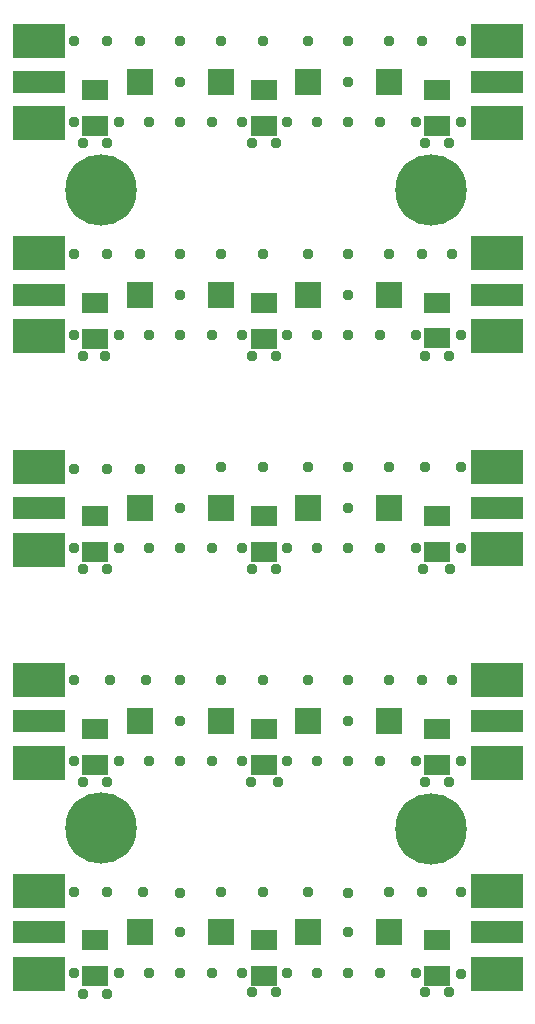
<source format=gbr>
G04 EAGLE Gerber RS-274X export*
G75*
%MOMM*%
%FSLAX34Y34*%
%LPD*%
%INSoldermask Top*%
%IPPOS*%
%AMOC8*
5,1,8,0,0,1.08239X$1,22.5*%
G01*
%ADD10R,2.203200X1.703200*%
%ADD11R,2.203200X2.203200*%
%ADD12R,4.394200X1.981200*%
%ADD13R,4.394200X2.870200*%
%ADD14C,6.045200*%
%ADD15C,0.959600*%


D10*
X68580Y43420D03*
X68580Y73420D03*
X68580Y582853D03*
X68580Y612853D03*
X212090Y582853D03*
X212090Y612853D03*
X358140Y583170D03*
X358140Y613170D03*
X68580Y762875D03*
X68580Y792875D03*
X211773Y763193D03*
X211773Y793193D03*
X358140Y763193D03*
X358140Y793193D03*
X212090Y43420D03*
X212090Y73420D03*
X358140Y43420D03*
X358140Y73420D03*
X68580Y221855D03*
X68580Y251855D03*
X212090Y222173D03*
X212090Y252173D03*
X358140Y221855D03*
X358140Y251855D03*
X68580Y402195D03*
X68580Y432195D03*
X212090Y402513D03*
X212090Y432513D03*
X358140Y402195D03*
X358140Y432195D03*
D11*
X175140Y80010D03*
X106840Y80010D03*
X317380Y800100D03*
X249080Y800100D03*
X317380Y80010D03*
X249080Y80010D03*
X175140Y259080D03*
X106840Y259080D03*
X317380Y259080D03*
X249080Y259080D03*
X175140Y439420D03*
X106840Y439420D03*
X317380Y439420D03*
X249080Y439420D03*
X175140Y619760D03*
X106840Y619760D03*
X317380Y619760D03*
X249080Y619760D03*
X175140Y800100D03*
X106840Y800100D03*
D12*
X21154Y80000D03*
D13*
X21154Y114946D03*
X21154Y45054D03*
D12*
X21154Y800000D03*
D13*
X21154Y834946D03*
X21154Y765054D03*
D12*
X408846Y80000D03*
D13*
X408846Y45054D03*
X408846Y114946D03*
D12*
X408846Y258730D03*
D13*
X408846Y223784D03*
X408846Y293676D03*
D12*
X21154Y258730D03*
D13*
X21154Y293676D03*
X21154Y223784D03*
D12*
X408846Y439365D03*
D13*
X408846Y404419D03*
X408846Y474311D03*
D12*
X21154Y439100D03*
D13*
X21154Y474046D03*
X21154Y404154D03*
D12*
X408846Y620000D03*
D13*
X408846Y585054D03*
X408846Y654946D03*
D12*
X21154Y620000D03*
D13*
X21154Y654946D03*
X21154Y585054D03*
D12*
X408846Y800000D03*
D13*
X408846Y765054D03*
X408846Y834946D03*
D14*
X73660Y168260D03*
X353060Y167640D03*
X353060Y708660D03*
X73660Y708660D03*
D15*
X50800Y114300D03*
X78740Y114300D03*
X283210Y80010D03*
X140970Y80010D03*
X140970Y45720D03*
X140970Y113030D03*
X88900Y45720D03*
X50800Y45720D03*
X6350Y53340D03*
X20320Y53340D03*
X35560Y53340D03*
X6350Y106680D03*
X20320Y106680D03*
X35560Y106680D03*
X109220Y114300D03*
X58420Y27940D03*
X175260Y114300D03*
X193040Y45720D03*
X210820Y114300D03*
X248920Y114300D03*
X283210Y45720D03*
X283210Y113030D03*
X231140Y45720D03*
X201930Y29210D03*
X347980Y29210D03*
X309880Y45720D03*
X340360Y45720D03*
X378460Y44450D03*
X393700Y53340D03*
X408940Y53340D03*
X424180Y53340D03*
X424180Y106680D03*
X408940Y106680D03*
X393700Y106680D03*
X317500Y114300D03*
X378460Y114300D03*
X345440Y114300D03*
X6350Y232410D03*
X21590Y232410D03*
X36830Y232410D03*
X6350Y285750D03*
X21590Y285750D03*
X36830Y285750D03*
X6350Y411480D03*
X21590Y411480D03*
X36830Y411480D03*
X6350Y466090D03*
X21590Y466090D03*
X36830Y466090D03*
X6350Y593090D03*
X21590Y593090D03*
X36830Y593090D03*
X6350Y646430D03*
X21590Y646430D03*
X36830Y646430D03*
X6350Y773430D03*
X21590Y773430D03*
X36830Y773430D03*
X6350Y826770D03*
X21590Y826770D03*
X36830Y826770D03*
X50800Y834390D03*
X78740Y834390D03*
X140970Y834390D03*
X106680Y834390D03*
X175260Y834390D03*
X210820Y834390D03*
X248920Y834390D03*
X283210Y834390D03*
X317500Y834390D03*
X378460Y834390D03*
X345440Y834390D03*
X50800Y654050D03*
X78740Y654050D03*
X140970Y654050D03*
X106680Y654050D03*
X175260Y654050D03*
X210820Y654050D03*
X248920Y654050D03*
X283210Y654050D03*
X317500Y654050D03*
X370840Y654050D03*
X345440Y654050D03*
X50800Y472440D03*
X78740Y472440D03*
X140970Y472440D03*
X106680Y472440D03*
X175260Y473710D03*
X210820Y473710D03*
X248920Y473710D03*
X283210Y473710D03*
X317500Y473710D03*
X378460Y473710D03*
X347980Y473710D03*
X50800Y293370D03*
X81280Y293370D03*
X140970Y293370D03*
X111760Y293370D03*
X175260Y293370D03*
X210820Y293370D03*
X248920Y293370D03*
X283210Y293370D03*
X317500Y293370D03*
X370840Y293370D03*
X345440Y293370D03*
X140970Y224790D03*
X88900Y224790D03*
X50800Y224790D03*
X114300Y224790D03*
X58420Y207010D03*
X167640Y224790D03*
X283210Y224790D03*
X256540Y224790D03*
X200660Y207010D03*
X347980Y207010D03*
X309880Y224790D03*
X340360Y224790D03*
X378460Y224790D03*
X140970Y765810D03*
X88900Y765810D03*
X50800Y765810D03*
X114300Y765810D03*
X58420Y748030D03*
X167640Y765810D03*
X283210Y765810D03*
X231140Y765810D03*
X201930Y748030D03*
X347980Y748030D03*
X309880Y765810D03*
X340360Y765810D03*
X378460Y765810D03*
X140970Y585470D03*
X88900Y585470D03*
X50800Y585470D03*
X114300Y585470D03*
X58420Y567690D03*
X167640Y585470D03*
X283210Y585470D03*
X231140Y585470D03*
X201930Y567690D03*
X347980Y567690D03*
X309880Y585470D03*
X340360Y585470D03*
X378460Y585470D03*
X140970Y405130D03*
X88900Y405130D03*
X50800Y405130D03*
X114300Y405130D03*
X58420Y387350D03*
X167640Y405130D03*
X283210Y405130D03*
X256540Y405130D03*
X201930Y387350D03*
X346710Y387350D03*
X309880Y405130D03*
X340360Y405130D03*
X378460Y405130D03*
X393700Y826770D03*
X408940Y826770D03*
X424180Y826770D03*
X393700Y773430D03*
X408940Y773430D03*
X424180Y773430D03*
X393700Y646430D03*
X408940Y646430D03*
X424180Y646430D03*
X393700Y593090D03*
X408940Y593090D03*
X424180Y593090D03*
X393700Y466090D03*
X408940Y466090D03*
X424180Y466090D03*
X393700Y411480D03*
X408940Y411480D03*
X424180Y411480D03*
X393700Y285750D03*
X408940Y285750D03*
X424180Y285750D03*
X393700Y231140D03*
X408940Y231140D03*
X424180Y231140D03*
X140970Y259080D03*
X140970Y439420D03*
X140970Y619760D03*
X140970Y800100D03*
X283210Y800100D03*
X283210Y619760D03*
X283210Y439420D03*
X283210Y259080D03*
X78740Y27940D03*
X222250Y29210D03*
X368300Y29210D03*
X223520Y207010D03*
X78740Y207010D03*
X368300Y207010D03*
X78740Y387350D03*
X369570Y387350D03*
X222250Y387350D03*
X78740Y748030D03*
X222250Y748030D03*
X368300Y748030D03*
X114300Y45720D03*
X368300Y567690D03*
X222250Y567690D03*
X77470Y567690D03*
X193040Y765810D03*
X256540Y765810D03*
X193040Y585470D03*
X256540Y585470D03*
X193040Y405130D03*
X231140Y405130D03*
X193040Y224790D03*
X231140Y224790D03*
X167640Y45720D03*
X256540Y45720D03*
M02*

</source>
